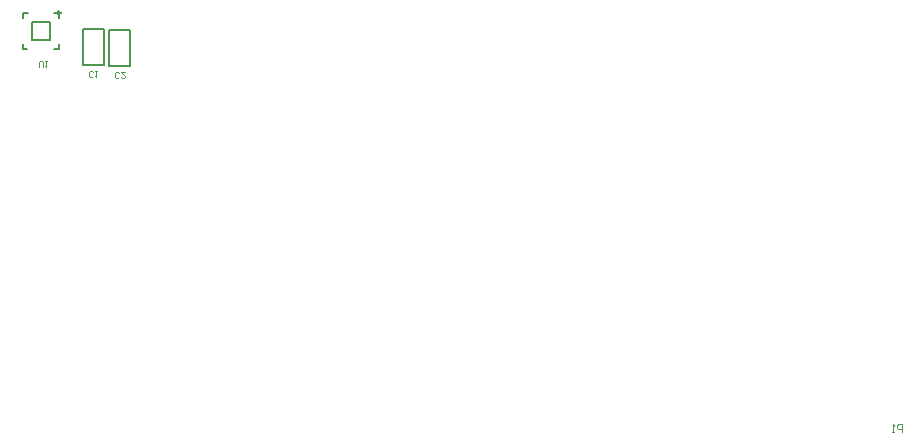
<source format=gbo>
G04*
G04 #@! TF.GenerationSoftware,Altium Limited,Altium Designer,18.0.7 (293)*
G04*
G04 Layer_Color=32896*
%FSAX25Y25*%
%MOIN*%
G70*
G01*
G75*
%ADD10C,0.00276*%
%ADD27C,0.00984*%
%ADD28C,0.00787*%
%ADD29C,0.00300*%
D10*
X2426300Y-0042300D02*
Y-0039742D01*
X2425021D01*
X2424594Y-0040168D01*
Y-0041021D01*
X2425021Y-0041447D01*
X2426300D01*
X2423742Y-0042300D02*
X2422889D01*
X2423315D01*
Y-0039742D01*
X2423742Y-0040168D01*
D27*
X2145792Y0097346D02*
G03*
X2145792Y0097346I-0000492J0000000D01*
G01*
D28*
X2153400Y0079900D02*
X2160400D01*
X2153400D02*
Y0091900D01*
X2160400D01*
Y0079900D02*
Y0091900D01*
X2162000Y0079800D02*
X2169000D01*
X2162000D02*
Y0091800D01*
X2169000D01*
Y0079800D02*
Y0091800D01*
X2145205Y0095754D02*
Y0097254D01*
X2143700Y0085448D02*
X2145205D01*
X2133394Y0097259D02*
X2134900D01*
X2133394Y0085448D02*
Y0086954D01*
X2143600Y0097254D02*
X2145205D01*
X2133394Y0085448D02*
X2134800D01*
X2145205D02*
Y0086954D01*
X2133394Y0095754D02*
Y0097259D01*
X2136347Y0094306D02*
X2142253D01*
X2136347Y0088401D02*
X2142253D01*
X2136347D02*
Y0094306D01*
X2142253Y0088401D02*
Y0094306D01*
D29*
X2156733Y0076234D02*
X2156400Y0075901D01*
X2155733D01*
X2155400Y0076234D01*
Y0077567D01*
X2155733Y0077900D01*
X2156400D01*
X2156733Y0077567D01*
X2157399Y0077900D02*
X2158066D01*
X2157733D01*
Y0075901D01*
X2157399Y0076234D01*
X2165333Y0076134D02*
X2165000Y0075801D01*
X2164333D01*
X2164000Y0076134D01*
Y0077467D01*
X2164333Y0077800D01*
X2165000D01*
X2165333Y0077467D01*
X2167332Y0077800D02*
X2165999D01*
X2167332Y0076467D01*
Y0076134D01*
X2166999Y0075801D01*
X2166333D01*
X2165999Y0076134D01*
X2138800Y0079354D02*
Y0081020D01*
X2139133Y0081353D01*
X2139800D01*
X2140133Y0081020D01*
Y0079354D01*
X2140799Y0081353D02*
X2141466D01*
X2141133D01*
Y0079354D01*
X2140799Y0079687D01*
M02*

</source>
